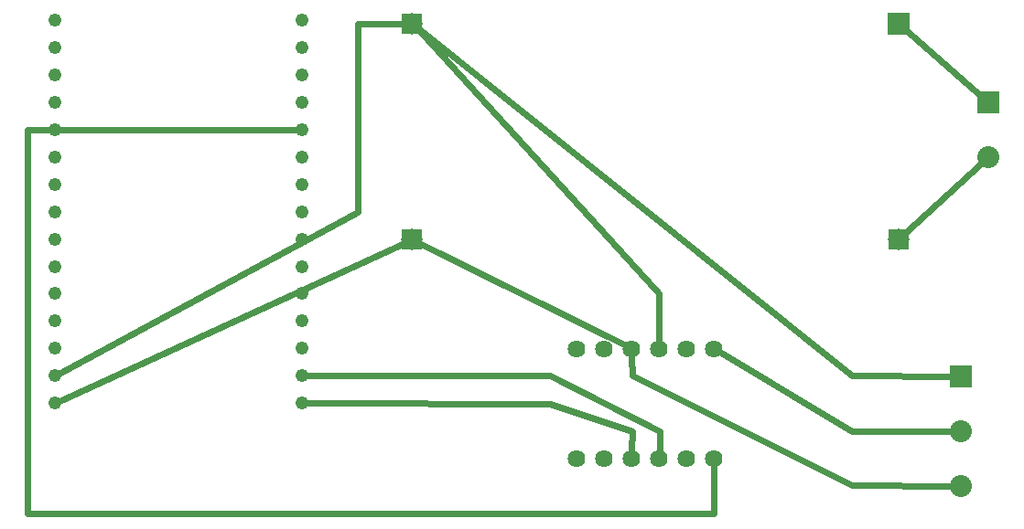
<source format=gtl>
G04 MADE WITH FRITZING*
G04 WWW.FRITZING.ORG*
G04 DOUBLE SIDED*
G04 HOLES PLATED*
G04 CONTOUR ON CENTER OF CONTOUR VECTOR*
%ASAXBY*%
%FSLAX23Y23*%
%MOIN*%
%OFA0B0*%
%SFA1.0B1.0*%
%ADD10C,0.047859*%
%ADD11C,0.078000*%
%ADD12C,0.064000*%
%ADD13C,0.080000*%
%ADD14R,0.080000X0.080000*%
%ADD15R,0.078000X0.078000*%
%ADD16C,0.024000*%
%LNCOPPER1*%
G90*
G70*
G54D10*
X1088Y1738D03*
X190Y1938D03*
X190Y1838D03*
X190Y1738D03*
X190Y1639D03*
X190Y1539D03*
X1088Y1838D03*
X1088Y1938D03*
X1088Y1639D03*
X190Y1439D03*
X190Y1339D03*
X190Y1239D03*
X190Y1139D03*
X190Y1039D03*
X190Y940D03*
X190Y840D03*
X190Y740D03*
X190Y640D03*
X190Y540D03*
X1088Y1239D03*
X1088Y1139D03*
X1088Y1039D03*
X1088Y940D03*
X1088Y840D03*
X1088Y740D03*
X1088Y640D03*
X1088Y540D03*
X1088Y1539D03*
X1088Y1439D03*
X1088Y1339D03*
G54D11*
X3262Y1139D03*
X3262Y1926D03*
X1490Y1139D03*
X1490Y1926D03*
G54D12*
X2490Y339D03*
X2390Y339D03*
X2290Y339D03*
X2190Y339D03*
X2090Y339D03*
X2090Y739D03*
X2190Y739D03*
X2290Y739D03*
X2390Y739D03*
X2490Y739D03*
X2590Y739D03*
X2590Y339D03*
G54D13*
X3590Y1639D03*
X3590Y1439D03*
X3490Y439D03*
X3490Y239D03*
X3490Y639D03*
G54D14*
X3261Y1926D03*
G54D15*
X3261Y1139D03*
X1490Y1139D03*
X1490Y1926D03*
G54D14*
X3590Y1639D03*
X3490Y639D03*
G54D16*
X2390Y940D02*
X2390Y770D01*
D02*
X1511Y1904D02*
X2390Y940D01*
D02*
X1517Y1125D02*
X2262Y753D01*
D02*
X211Y550D02*
X1463Y1126D01*
D02*
X1291Y1239D02*
X210Y651D01*
D02*
X1291Y1926D02*
X1291Y1239D01*
D02*
X1460Y1926D02*
X1291Y1926D01*
D02*
X1991Y539D02*
X1110Y540D01*
D02*
X2291Y438D02*
X1991Y539D01*
D02*
X2290Y370D02*
X2291Y438D01*
D02*
X1991Y640D02*
X1110Y640D01*
D02*
X2392Y438D02*
X1991Y640D01*
D02*
X2391Y370D02*
X2392Y438D01*
D02*
X90Y139D02*
X90Y1539D01*
D02*
X2590Y139D02*
X90Y139D01*
D02*
X90Y1539D02*
X1065Y1539D01*
D02*
X2590Y308D02*
X2590Y139D01*
D02*
X3285Y1906D02*
X3567Y1659D01*
D02*
X3284Y1159D02*
X3567Y1418D01*
D02*
X3092Y640D02*
X3459Y639D01*
D02*
X1514Y1907D02*
X3092Y640D01*
D02*
X3092Y438D02*
X2617Y723D01*
D02*
X3459Y439D02*
X3092Y438D01*
D02*
X3092Y240D02*
X2291Y640D01*
D02*
X2291Y640D02*
X2290Y708D01*
D02*
X3459Y239D02*
X3092Y240D01*
G04 End of Copper1*
M02*
</source>
